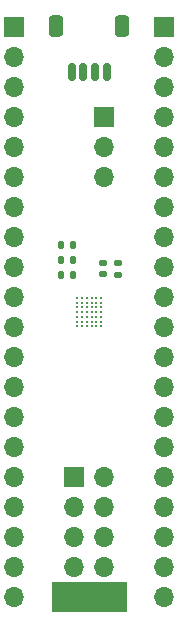
<source format=gbr>
%TF.GenerationSoftware,KiCad,Pcbnew,8.0.0*%
%TF.CreationDate,2024-03-15T11:04:31+11:00*%
%TF.ProjectId,PCAL6534EV-breakout,5043414c-3635-4333-9445-562d62726561,rev?*%
%TF.SameCoordinates,Original*%
%TF.FileFunction,Soldermask,Top*%
%TF.FilePolarity,Negative*%
%FSLAX46Y46*%
G04 Gerber Fmt 4.6, Leading zero omitted, Abs format (unit mm)*
G04 Created by KiCad (PCBNEW 8.0.0) date 2024-03-15 11:04:31*
%MOMM*%
%LPD*%
G01*
G04 APERTURE LIST*
G04 Aperture macros list*
%AMRoundRect*
0 Rectangle with rounded corners*
0 $1 Rounding radius*
0 $2 $3 $4 $5 $6 $7 $8 $9 X,Y pos of 4 corners*
0 Add a 4 corners polygon primitive as box body*
4,1,4,$2,$3,$4,$5,$6,$7,$8,$9,$2,$3,0*
0 Add four circle primitives for the rounded corners*
1,1,$1+$1,$2,$3*
1,1,$1+$1,$4,$5*
1,1,$1+$1,$6,$7*
1,1,$1+$1,$8,$9*
0 Add four rect primitives between the rounded corners*
20,1,$1+$1,$2,$3,$4,$5,0*
20,1,$1+$1,$4,$5,$6,$7,0*
20,1,$1+$1,$6,$7,$8,$9,0*
20,1,$1+$1,$8,$9,$2,$3,0*%
G04 Aperture macros list end*
%ADD10R,1.700000X1.700000*%
%ADD11O,1.700000X1.700000*%
%ADD12O,0.320000X0.260000*%
%ADD13O,0.260000X0.320000*%
%ADD14C,0.320000*%
%ADD15RoundRect,0.135000X-0.135000X-0.185000X0.135000X-0.185000X0.135000X0.185000X-0.135000X0.185000X0*%
%ADD16RoundRect,0.135000X0.185000X-0.135000X0.185000X0.135000X-0.185000X0.135000X-0.185000X-0.135000X0*%
%ADD17RoundRect,0.140000X0.170000X-0.140000X0.170000X0.140000X-0.170000X0.140000X-0.170000X-0.140000X0*%
%ADD18RoundRect,0.150000X0.150000X0.625000X-0.150000X0.625000X-0.150000X-0.625000X0.150000X-0.625000X0*%
%ADD19RoundRect,0.250000X0.350000X0.650000X-0.350000X0.650000X-0.350000X-0.650000X0.350000X-0.650000X0*%
G04 APERTURE END LIST*
D10*
%TO.C,J4*%
X153725000Y-124450000D03*
D11*
X156265000Y-124450000D03*
X153725000Y-126990000D03*
X156265000Y-126990000D03*
X153725000Y-129530000D03*
X156265000Y-129530000D03*
X153725000Y-132070000D03*
X156265000Y-132070000D03*
%TD*%
D10*
%TO.C,J3*%
X161350000Y-86350000D03*
D11*
X161350000Y-88890000D03*
X161350000Y-91430000D03*
X161350000Y-93970000D03*
X161350000Y-96510000D03*
X161350000Y-99050000D03*
X161350000Y-101590000D03*
X161350000Y-104130000D03*
X161350000Y-106670000D03*
X161350000Y-109210000D03*
X161350000Y-111750000D03*
X161350000Y-114290000D03*
X161350000Y-116830000D03*
X161350000Y-119370000D03*
X161350000Y-121910000D03*
X161350000Y-124450000D03*
X161350000Y-126990000D03*
X161350000Y-129530000D03*
X161350000Y-132070000D03*
X161350000Y-134610000D03*
%TD*%
D10*
%TO.C,J2*%
X148650000Y-86350000D03*
D11*
X148650000Y-88890000D03*
X148650000Y-91430000D03*
X148650000Y-93970000D03*
X148650000Y-96510000D03*
X148650000Y-99050000D03*
X148650000Y-101590000D03*
X148650000Y-104130000D03*
X148650000Y-106670000D03*
X148650000Y-109210000D03*
X148650000Y-111750000D03*
X148650000Y-114290000D03*
X148650000Y-116830000D03*
X148650000Y-119370000D03*
X148650000Y-121910000D03*
X148650000Y-124450000D03*
X148650000Y-126990000D03*
X148650000Y-129530000D03*
X148650000Y-132070000D03*
X148650000Y-134610000D03*
%TD*%
D12*
%TO.C,U1*%
X154000000Y-109280000D03*
D13*
X154400000Y-109280000D03*
X154800000Y-109280000D03*
X155200000Y-109280000D03*
X155600000Y-109280000D03*
D12*
X156000000Y-109280000D03*
X154000000Y-109680000D03*
X154400000Y-109680000D03*
D13*
X154800000Y-109680000D03*
X155200000Y-109680000D03*
D12*
X155600000Y-109680000D03*
X156000000Y-109680000D03*
X154000000Y-110080000D03*
X154400000Y-110080000D03*
D13*
X154800000Y-110080000D03*
X155200000Y-110080000D03*
D12*
X155600000Y-110080000D03*
X156000000Y-110080000D03*
X154000000Y-110480000D03*
D14*
X154400000Y-110480000D03*
X154800000Y-110480000D03*
X155200000Y-110480000D03*
X155600000Y-110480000D03*
D12*
X156000000Y-110480000D03*
X154000000Y-110880000D03*
D14*
X154400000Y-110880000D03*
X154800000Y-110880000D03*
X155200000Y-110880000D03*
X155600000Y-110880000D03*
D12*
X156000000Y-110880000D03*
X154000000Y-111280000D03*
D14*
X154400000Y-111280000D03*
D13*
X154800000Y-111280000D03*
X155200000Y-111280000D03*
D14*
X155600000Y-111280000D03*
D12*
X156000000Y-111280000D03*
X154000000Y-111680000D03*
D13*
X154400000Y-111680000D03*
X154800000Y-111680000D03*
X155200000Y-111680000D03*
X155600000Y-111680000D03*
D12*
X156000000Y-111680000D03*
%TD*%
D15*
%TO.C,R4*%
X152585000Y-104765000D03*
X153605000Y-104765000D03*
%TD*%
D16*
%TO.C,R3*%
X157413000Y-107305000D03*
X157413000Y-106285000D03*
%TD*%
D17*
%TO.C,C1*%
X156143000Y-107277000D03*
X156143000Y-106317000D03*
%TD*%
D15*
%TO.C,R2*%
X153605000Y-107305000D03*
X152585000Y-107305000D03*
%TD*%
%TO.C,R1*%
X153605000Y-106035000D03*
X152585000Y-106035000D03*
%TD*%
D10*
%TO.C,JP1*%
X156270000Y-93985000D03*
D11*
X156270000Y-96525000D03*
X156270000Y-99065000D03*
%TD*%
D18*
%TO.C,J1*%
X156500000Y-90128000D03*
X155500000Y-90128000D03*
X154500000Y-90128000D03*
X153500000Y-90128000D03*
D19*
X157800000Y-86253000D03*
X152200000Y-86253000D03*
%TD*%
G36*
X158162113Y-133352887D02*
G01*
X158175000Y-133384000D01*
X158175000Y-135836000D01*
X158162113Y-135867113D01*
X158131000Y-135880000D01*
X151869000Y-135880000D01*
X151837887Y-135867113D01*
X151825000Y-135836000D01*
X151825000Y-133384000D01*
X151837887Y-133352887D01*
X151869000Y-133340000D01*
X158131000Y-133340000D01*
X158162113Y-133352887D01*
G37*
M02*

</source>
